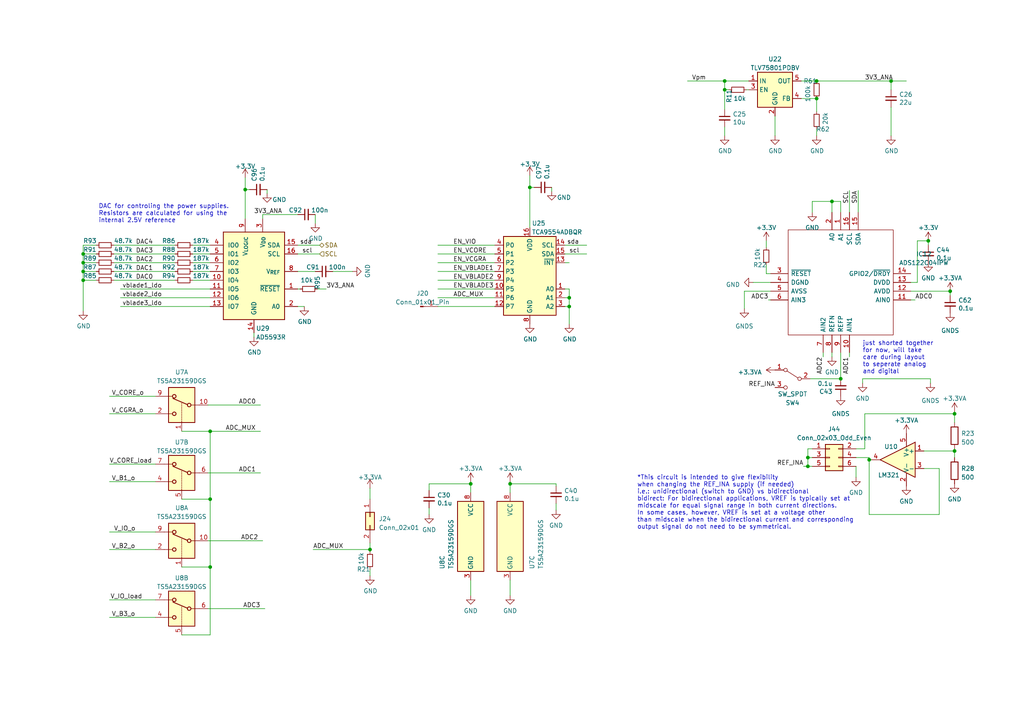
<source format=kicad_sch>
(kicad_sch (version 20231120) (generator "eeschema") (generator_version "8.0")
  (paper "A4")
  (lib_symbols
    (symbol "Amplifier_Operational:LM321" (pin_names (offset 0.127))
      (property "Reference" "U" (at 0 7.62 0))
      (property "Value" "LM321" (at 0 5.08 0))
      (symbol "LM321_0_1"
        (polyline (pts (xy -5.08 5.08) (xy 5.08 0) (xy -5.08 -5.08) (xy -5.08 5.08)) (stroke (width 0.254)) (fill (type background)))
      )
      (symbol "LM321_1_1"
        (pin input line (at -7.62 2.54 0) (length 2.54) (name "+") (number "1"))
        (pin power_in line (at -2.54 -7.62 90) (length 3.81) (name "V-") (number "2"))
        (pin input line (at -7.62 -2.54 0) (length 2.54) (name "-") (number "3"))
        (pin output line (at 7.62 0 180) (length 2.54) (name "~") (number "4"))
        (pin power_in line (at -2.54 7.62 270) (length 3.81) (name "V+") (number "5"))
      )
    )
    (symbol "Analog:AD5593R" (pin_names (offset 1.27))
      (property "Reference" "U" (at -8.89 15.24 0))
      (property "Value" "AD5593R" (at 3.81 15.24 0))
      (symbol "AD5593R_0_1"
        (rectangle (start -8.89 13.97) (end 8.89 -11.43) (stroke (width 0.254)) (fill (type background)))
      )
      (symbol "AD5593R_1_1"
        (pin input line (at -12.7 -2.54 0) (length 3.81) (name "~{RESET}") (number "1"))
        (pin bidirectional line (at 12.7 0 180) (length 3.81) (name "IO4") (number "10"))
        (pin bidirectional line (at 12.7 -2.54 180) (length 3.81) (name "IO5") (number "11"))
        (pin bidirectional line (at 12.7 -5.08 180) (length 3.81) (name "IO6") (number "12"))
        (pin bidirectional line (at 12.7 -7.62 180) (length 3.81) (name "IO7") (number "13"))
        (pin power_in line (at 0 -15.24 90) (length 3.81) (name "GND") (number "14"))
        (pin bidirectional line (at -12.7 10.16 0) (length 3.81) (name "SDA") (number "15"))
        (pin input line (at -12.7 7.62 0) (length 3.81) (name "SCL") (number "16"))
        (pin input line (at -12.7 -7.62 0) (length 3.81) (name "A0") (number "2"))
        (pin power_in line (at -2.54 17.78 270) (length 3.81) (name "V_{DD}") (number "3"))
        (pin bidirectional line (at 12.7 10.16 180) (length 3.81) (name "IO0") (number "4"))
        (pin bidirectional line (at 12.7 7.62 180) (length 3.81) (name "IO1") (number "5"))
        (pin bidirectional line (at 12.7 5.08 180) (length 3.81) (name "IO2") (number "6"))
        (pin bidirectional line (at 12.7 2.54 180) (length 3.81) (name "IO3") (number "7"))
        (pin passive line (at -12.7 2.54 0) (length 3.81) (name "V_{REF}") (number "8"))
        (pin power_in line (at 2.54 17.78 270) (length 3.81) (name "V_{LOGIC}") (number "9"))
      )
    )
    (symbol "Analog_Switch:TS5A23159DGS"
      (property "Reference" "U" (at -5.08 8.89 0))
      (property "Value" "TS5A23159DGS" (at -5.08 6.985 0))
      (symbol "TS5A23159DGS_1_1"
        (rectangle (start -3.81 5.08) (end 3.81 -5.08) (stroke (width 0.254)) (fill (type background)))
        (circle (center -2.159 0) (radius 0.508) (stroke (width 0.254)))
        (polyline (pts (xy -5.08 0) (xy -2.794 0)))
        (polyline (pts (xy -1.651 0.127) (xy 2.54 1.905)) (stroke (width 0.254)))
        (polyline (pts (xy 0 -5.08) (xy 0 -4.572)))
        (polyline (pts (xy 0 -4.318) (xy 0 -4.064)))
        (polyline (pts (xy 0 -3.81) (xy 0 -3.556)))
        (polyline (pts (xy 0 -3.302) (xy 0 -3.048)))
        (polyline (pts (xy 0 -2.794) (xy 0 -2.54)))
        (polyline (pts (xy 0 -2.286) (xy 0 -2.032)))
        (polyline (pts (xy 0 -1.778) (xy 0 -1.524)))
        (polyline (pts (xy 0 -1.27) (xy 0 -1.016)))
        (polyline (pts (xy 0 -0.762) (xy 0 -0.508)))
        (polyline (pts (xy 0 -0.254) (xy 0 0)))
        (polyline (pts (xy 0 0.254) (xy 0 0.508)))
        (polyline (pts (xy 5.08 -2.54) (xy 2.794 -2.54)))
        (polyline (pts (xy 5.08 2.54) (xy 2.794 2.54)))
        (circle (center 2.159 -2.54) (radius 0.508) (stroke (width 0.254)))
        (circle (center 2.159 2.54) (radius 0.508) (stroke (width 0.254)))
        (pin input line (at 0 -7.62 90) (length 2.54) (name "~") (number "1"))
        (pin passive line (at -7.62 0 0) (length 2.54) (name "~") (number "10"))
        (pin passive line (at 7.62 -2.54 180) (length 2.54) (name "~") (number "2"))
        (pin passive line (at 7.62 2.54 180) (length 2.54) (name "~") (number "9"))
      )
      (symbol "TS5A23159DGS_2_1"
        (rectangle (start -3.81 5.08) (end 3.81 -5.08) (stroke (width 0.254)) (fill (type background)))
        (circle (center -2.159 0) (radius 0.508) (stroke (width 0.254)))
        (polyline (pts (xy -5.08 0) (xy -2.794 0)))
        (polyline (pts (xy -1.651 0.127) (xy 2.54 1.905)) (stroke (width 0.254)))
        (polyline (pts (xy 0 -5.08) (xy 0 -4.572)))
        (polyline (pts (xy 0 -4.318) (xy 0 -4.064)))
        (polyline (pts (xy 0 -3.81) (xy 0 -3.556)))
        (polyline (pts (xy 0 -3.302) (xy 0 -3.048)))
        (polyline (pts (xy 0 -2.794) (xy 0 -2.54)))
        (polyline (pts (xy 0 -2.286) (xy 0 -2.032)))
        (polyline (pts (xy 0 -1.778) (xy 0 -1.524)))
        (polyline (pts (xy 0 -1.27) (xy 0 -1.016)))
        (polyline (pts (xy 0 -0.762) (xy 0 -0.508)))
        (polyline (pts (xy 0 -0.254) (xy 0 0)))
        (polyline (pts (xy 0 0.254) (xy 0 0.508)))
        (polyline (pts (xy 5.08 -2.54) (xy 2.794 -2.54)))
        (polyline (pts (xy 5.08 2.54) (xy 2.794 2.54)))
        (circle (center 2.159 -2.54) (radius 0.508) (stroke (width 0.254)))
        (circle (center 2.159 2.54) (radius 0.508) (stroke (width 0.254)))
        (pin passive line (at 7.62 -2.54 180) (length 2.54) (name "~") (number "4"))
        (pin input line (at 0 -7.62 90) (length 2.54) (name "~") (number "5"))
        (pin passive line (at -7.62 0 0) (length 2.54) (name "~") (number "6"))
        (pin passive line (at 7.62 2.54 180) (length 2.54) (name "~") (number "7"))
      )
      (symbol "TS5A23159DGS_3_1"
        (rectangle (start -3.81 10.16) (end 3.81 -10.16) (stroke (width 0.254)) (fill (type background)))
        (pin power_in line (at 0 -12.7 90) (length 2.54) (name "GND") (number "3"))
        (pin power_in line (at 0 12.7 270) (length 2.54) (name "VCC") (number "8"))
      )
    )
    (symbol "Connector:Conn_01x01_Pin" (pin_names (offset 1.016) hide)
      (property "Reference" "J" (at 0 2.54 0))
      (property "Value" "Conn_01x01_Pin" (at 0 -2.54 0))
      (symbol "Conn_01x01_Pin_1_1"
        (polyline (pts (xy 1.27 0) (xy 0.8636 0)) (stroke (width 0.1524)))
        (rectangle (start 0.8636 0.127) (end 0 -0.127) (stroke (width 0.1524)) (fill (type outline)))
        (pin passive line (at 5.08 0 180) (length 3.81) (name "Pin_1") (number "1"))
      )
    )
    (symbol "Connector_Generic:Conn_02x01" (pin_names (offset 1.016) hide)
      (property "Reference" "J" (at 1.27 2.54 0))
      (property "Value" "Conn_02x01" (at 1.27 -2.54 0))
      (symbol "Conn_02x01_1_1"
        (rectangle (start -1.27 0.127) (end 0 -0.127) (stroke (width 0.1524)))
        (rectangle (start -1.27 1.27) (end 3.81 -1.27) (stroke (width 0.254)) (fill (type background)))
        (rectangle (start 3.81 0.127) (end 2.54 -0.127) (stroke (width 0.1524)))
        (pin passive line (at -5.08 0 0) (length 3.81) (name "Pin_1") (number "1"))
        (pin passive line (at 7.62 0 180) (length 3.81) (name "Pin_2") (number "2"))
      )
    )
    (symbol "Connector_Generic:Conn_02x03_Odd_Even" (pin_names (offset 1.016) hide)
      (property "Reference" "J" (at 1.27 5.08 0))
      (property "Value" "Conn_02x03_Odd_Even" (at 1.27 -5.08 0))
      (symbol "Conn_02x03_Odd_Even_1_1"
        (rectangle (start -1.27 -2.413) (end 0 -2.667) (stroke (width 0.1524)))
        (rectangle (start -1.27 0.127) (end 0 -0.127) (stroke (width 0.1524)))
        (rectangle (start -1.27 2.667) (end 0 2.413) (stroke (width 0.1524)))
        (rectangle (start -1.27 3.81) (end 3.81 -3.81) (stroke (width 0.254)) (fill (type background)))
        (rectangle (start 3.81 -2.413) (end 2.54 -2.667) (stroke (width 0.1524)))
        (rectangle (start 3.81 0.127) (end 2.54 -0.127) (stroke (width 0.1524)))
        (rectangle (start 3.81 2.667) (end 2.54 2.413) (stroke (width 0.1524)))
        (pin passive line (at -5.08 2.54 0) (length 3.81) (name "Pin_1") (number "1"))
        (pin passive line (at 7.62 2.54 180) (length 3.81) (name "Pin_2") (number "2"))
        (pin passive line (at -5.08 0 0) (length 3.81) (name "Pin_3") (number "3"))
        (pin passive line (at 7.62 0 180) (length 3.81) (name "Pin_4") (number "4"))
        (pin passive line (at -5.08 -2.54 0) (length 3.81) (name "Pin_5") (number "5"))
        (pin passive line (at 7.62 -2.54 180) (length 3.81) (name "Pin_6") (number "6"))
      )
    )
    (symbol "Device:C_Small" (pin_numbers hide) (pin_names (offset 0.254) hide)
      (property "Reference" "C" (at 0.254 1.778 0))
      (property "Value" "C_Small" (at 0.254 -2.032 0))
      (symbol "C_Small_0_1"
        (polyline (pts (xy -1.524 -0.508) (xy 1.524 -0.508)) (stroke (width 0.3302)))
        (polyline (pts (xy -1.524 0.508) (xy 1.524 0.508)) (stroke (width 0.3048)))
      )
      (symbol "C_Small_1_1"
        (pin passive line (at 0 2.54 270) (length 2.032) (name "~") (number "1"))
        (pin passive line (at 0 -2.54 90) (length 2.032) (name "~") (number "2"))
      )
    )
    (symbol "Device:R" (pin_numbers hide) (pin_names (offset 0))
      (property "Reference" "R" (at 2.032 0 90))
      (property "Value" "R" (at 0 0 90))
      (symbol "R_0_1"
        (rectangle (start -1.016 -2.54) (end 1.016 2.54) (stroke (width 0.254)))
      )
      (symbol "R_1_1"
        (pin passive line (at 0 3.81 270) (length 1.27) (name "~") (number "1"))
        (pin passive line (at 0 -3.81 90) (length 1.27) (name "~") (number "2"))
      )
    )
    (symbol "Device:R_Small" (pin_numbers hide) (pin_names (offset 0.254) hide)
      (property "Reference" "R" (at 0.762 0.508 0))
      (property "Value" "R_Small" (at 0.762 -1.016 0))
      (symbol "R_Small_0_1"
        (rectangle (start -0.762 1.778) (end 0.762 -1.778) (stroke (width 0.2032)))
      )
      (symbol "R_Small_1_1"
        (pin passive line (at 0 2.54 270) (length 0.762) (name "~") (number "1"))
        (pin passive line (at 0 -2.54 90) (length 0.762) (name "~") (number "2"))
      )
    )
    (symbol "External-lib:ADS122C04IPW" (pin_names (offset 0.762))
      (property "Reference" "IC" (at 36.83 17.78 0))
      (property "Value" "ADS122C04IPW" (at 36.83 15.24 0))
      (symbol "ADS122C04IPW_0_0"
        (pin passive line (at 22.86 -22.86 90) (length 5.08) (name "AIN1") (number "10"))
        (pin passive line (at 40.64 -7.62 180) (length 5.08) (name "AIN0") (number "11"))
        (pin passive line (at 40.64 -5.08 180) (length 5.08) (name "AVDD") (number "12"))
        (pin passive line (at 40.64 -2.54 180) (length 5.08) (name "DVDD") (number "13"))
        (pin passive line (at 40.64 0 180) (length 5.08) (name "GPIO2/~{DRDY}") (number "14"))
        (pin passive line (at 0 0 0) (length 5.08) (name "~{RESET}") (number "3"))
        (pin passive line (at 0 -2.54 0) (length 5.08) (name "DGND") (number "4"))
        (pin passive line (at 0 -5.08 0) (length 5.08) (name "AVSS") (number "5"))
        (pin passive line (at 0 -7.62 0) (length 5.08) (name "AIN3") (number "6"))
        (pin passive line (at 15.24 -22.86 90) (length 5.08) (name "AIN2") (number "7"))
        (pin passive line (at 17.78 -22.86 90) (length 5.08) (name "REFN") (number "8"))
        (pin passive line (at 20.32 -22.86 90) (length 5.08) (name "REFP") (number "9"))
      )
      (symbol "ADS122C04IPW_0_1"
        (polyline (pts (xy 5.08 12.7) (xy 35.56 12.7) (xy 35.56 -17.78) (xy 5.08 -17.78) (xy 5.08 12.7)) (stroke (width 0.1524)))
      )
      (symbol "ADS122C04IPW_1_0"
        (pin passive line (at 20.32 17.78 270) (length 5.08) (name "A1") (number "1"))
        (pin passive line (at 25.4 17.78 270) (length 5.08) (name "SDA") (number "15"))
        (pin passive line (at 22.86 17.78 270) (length 5.08) (name "SCL") (number "16"))
        (pin passive line (at 17.78 17.78 270) (length 5.08) (name "A0") (number "2"))
      )
    )
    (symbol "Interface_Expansion:TCA9554DBQ"
      (property "Reference" "U" (at -7.62 11.43 0))
      (property "Value" "TCA9554DBQ" (at 2.54 11.43 0))
      (symbol "TCA9554DBQ_0_1"
        (rectangle (start -7.62 -12.7) (end 7.62 10.16) (stroke (width 0.254)) (fill (type background)))
      )
      (symbol "TCA9554DBQ_1_1"
        (pin input line (at -10.16 -5.08 0) (length 2.54) (name "A0") (number "1"))
        (pin bidirectional line (at 10.16 -5.08 180) (length 2.54) (name "P5") (number "10"))
        (pin bidirectional line (at 10.16 -7.62 180) (length 2.54) (name "P6") (number "11"))
        (pin bidirectional line (at 10.16 -10.16 180) (length 2.54) (name "P7") (number "12"))
        (pin open_collector line (at -10.16 2.54 0) (length 2.54) (name "~{INT}") (number "13"))
        (pin input line (at -10.16 7.62 0) (length 2.54) (name "SCL") (number "14"))
        (pin bidirectional line (at -10.16 5.08 0) (length 2.54) (name "SDA") (number "15"))
        (pin power_in line (at 0 12.7 270) (length 2.54) (name "VDD") (number "16"))
        (pin input line (at -10.16 -7.62 0) (length 2.54) (name "A1") (number "2"))
        (pin input line (at -10.16 -10.16 0) (length 2.54) (name "A2") (number "3"))
        (pin bidirectional line (at 10.16 7.62 180) (length 2.54) (name "P0") (number "4"))
        (pin bidirectional line (at 10.16 5.08 180) (length 2.54) (name "P1") (number "5"))
        (pin bidirectional line (at 10.16 2.54 180) (length 2.54) (name "P2") (number "6"))
        (pin bidirectional line (at 10.16 0 180) (length 2.54) (name "P3") (number "7"))
        (pin power_in line (at 0 -15.24 90) (length 2.54) (name "GND") (number "8"))
        (pin bidirectional line (at 10.16 -2.54 180) (length 2.54) (name "P4") (number "9"))
      )
    )
    (symbol "Regulator_Linear:TLV75801PDBV"
      (property "Reference" "U" (at -3.81 6.35 0))
      (property "Value" "TLV75801PDBV" (at 0 6.35 0))
      (symbol "TLV75801PDBV_0_1"
        (rectangle (start 5.08 -5.08) (end -5.08 5.08) (stroke (width 0.254)) (fill (type background)))
      )
      (symbol "TLV75801PDBV_1_1"
        (pin power_in line (at -7.62 2.54 0) (length 2.54) (name "IN") (number "1"))
        (pin power_in line (at 0 -7.62 90) (length 2.54) (name "GND") (number "2"))
        (pin input line (at -7.62 0 0) (length 2.54) (name "EN") (number "3"))
        (pin input line (at 7.62 -2.54 180) (length 2.54) (name "FB") (number "4"))
        (pin power_out line (at 7.62 2.54 180) (length 2.54) (name "OUT") (number "5"))
      )
    )
    (symbol "Switch:SW_SPDT" (pin_names (offset 0) hide)
      (property "Reference" "SW" (at 0 4.318 0))
      (property "Value" "SW_SPDT" (at 0 -5.08 0))
      (symbol "SW_SPDT_0_0"
        (circle (center -2.032 0) (radius 0.508))
        (circle (center 2.032 -2.54) (radius 0.508))
      )
      (symbol "SW_SPDT_0_1"
        (polyline (pts (xy -1.524 0.254) (xy 1.651 2.286)))
        (circle (center 2.032 2.54) (radius 0.508))
      )
      (symbol "SW_SPDT_1_1"
        (pin passive line (at 5.08 2.54 180) (length 2.54) (name "A") (number "1"))
        (pin passive line (at -5.08 0 0) (length 2.54) (name "B") (number "2"))
        (pin passive line (at 5.08 -2.54 180) (length 2.54) (name "C") (number "3"))
      )
    )
    (symbol "power:+3.3V" (power) (pin_names (offset 0))
      (property "Value" "+3.3V" (at 0 3.556 0))
      (symbol "+3.3V_0_1"
        (polyline (pts (xy -0.762 1.27) (xy 0 2.54)))
        (polyline (pts (xy 0 0) (xy 0 2.54)))
        (polyline (pts (xy 0 2.54) (xy 0.762 1.27)))
      )
      (symbol "+3.3V_1_1"
        (pin power_in line (at 0 0 90) (length 0) hide (name "+3.3V") (number "1"))
      )
    )
    (symbol "power:+3.3VA" (power) (pin_names (offset 0))
      (property "Value" "+3.3VA" (at 0 3.556 0))
      (symbol "+3.3VA_0_1"
        (polyline (pts (xy -0.762 1.27) (xy 0 2.54)))
        (polyline (pts (xy 0 0) (xy 0 2.54)))
        (polyline (pts (xy 0 2.54) (xy 0.762 1.27)))
      )
      (symbol "+3.3VA_1_1"
        (pin power_in line (at 0 0 90) (length 0) hide (name "+3.3VA") (number "1"))
      )
    )
    (symbol "power:GND" (power) (pin_names (offset 0))
      (property "Value" "GND" (at 0 -3.81 0))
      (symbol "GND_0_1"
        (polyline (pts (xy 0 0) (xy 0 -1.27) (xy 1.27 -1.27) (xy 0 -2.54) (xy -1.27 -1.27) (xy 0 -1.27)))
      )
      (symbol "GND_1_1"
        (pin power_in line (at 0 0 270) (length 0) hide (name "GND") (number "1"))
      )
    )
    (symbol "power:GNDS" (power) (pin_names (offset 0))
      (property "Value" "GNDS" (at 0 -3.81 0))
      (symbol "GNDS_0_1"
        (polyline (pts (xy 0 0) (xy 0 -1.27) (xy 1.27 -1.27) (xy 0 -2.54) (xy -1.27 -1.27) (xy 0 -1.27)))
      )
      (symbol "GNDS_1_1"
        (pin power_in line (at 0 0 270) (length 0) hide (name "GNDS") (number "1"))
      )
    )
  )
  (junction (at 210.185 23.495))
  (junction (at 60.96 164.465))
  (junction (at 107.315 159.385))
  (junction (at 165.1 88.9))
  (junction (at 147.955 140.335))
  (junction (at 236.855 28.575))
  (junction (at 252.095 133.35))
  (junction (at 24.13 78.74))
  (junction (at 210.185 26.035))
  (junction (at 153.67 54.356))
  (junction (at 275.59 84.455))
  (junction (at 60.96 125.095))
  (junction (at 269.24 69.85))
  (junction (at 276.86 120.015))
  (junction (at 234.315 135.255))
  (junction (at 258.445 23.495))
  (junction (at 165.1 86.36))
  (junction (at 24.13 73.66))
  (junction (at 276.86 130.81))
  (junction (at 243.84 109.855))
  (junction (at 24.13 76.2))
  (junction (at 236.855 23.495))
  (junction (at 241.3 58.42))
  (junction (at 71.12 54.991))
  (junction (at 60.96 144.78))
  (junction (at 24.13 81.28))
  (junction (at 136.525 140.335))
  (junction (at 234.315 132.715))
  (wire (pts (xy 252.095 133.35) (xy 252.095 149.225)))
  (wire (pts (xy 153.67 54.356) (xy 153.67 66.04)))
  (wire (pts (xy 241.3 58.42) (xy 241.3 61.595)))
  (wire (pts (xy 31.75 139.7) (xy 45.085 139.7)))
  (wire (pts (xy 107.315 141.605) (xy 107.315 144.78)))
  (wire (pts (xy 124.46 140.335) (xy 136.525 140.335)))
  (wire (pts (xy 234.315 130.175) (xy 234.315 132.715)))
  (wire (pts (xy 222.885 86.995) (xy 223.52 86.995)))
  (wire (pts (xy 136.525 140.335) (xy 136.525 142.875)))
  (wire (pts (xy 246.38 103.505) (xy 246.38 102.235)))
  (wire (pts (xy 215.9 89.535) (xy 215.9 84.455)))
  (wire (pts (xy 170.18 73.66) (xy 163.83 73.66)))
  (wire (pts (xy 127 86.36) (xy 143.51 86.36)))
  (wire (pts (xy 24.13 73.66) (xy 27.94 73.66)))
  (wire (pts (xy 235.585 58.42) (xy 241.3 58.42)))
  (wire (pts (xy 34.925 86.36) (xy 60.96 86.36)))
  (wire (pts (xy 276.86 119.38) (xy 276.86 120.015)))
  (wire (pts (xy 224.79 39.37) (xy 224.79 33.655)))
  (wire (pts (xy 234.95 109.855) (xy 243.84 109.855)))
  (wire (pts (xy 248.92 55.245) (xy 248.92 61.595)))
  (wire (pts (xy 161.29 146.05) (xy 161.29 147.955)))
  (wire (pts (xy 258.445 23.495) (xy 262.89 23.495)))
  (wire (pts (xy 127 88.9) (xy 143.51 88.9)))
  (wire (pts (xy 210.185 23.495) (xy 210.185 26.035)))
  (wire (pts (xy 24.13 81.28) (xy 24.13 90.17)))
  (wire (pts (xy 24.13 71.12) (xy 27.94 71.12)))
  (wire (pts (xy 31.75 179.07) (xy 45.085 179.07)))
  (wire (pts (xy 160.02 55.499) (xy 160.02 54.356)))
  (wire (pts (xy 76.2 62.23) (xy 86.36 62.23)))
  (wire (pts (xy 238.76 103.505) (xy 238.76 102.235)))
  (wire (pts (xy 222.25 79.375) (xy 223.52 79.375)))
  (wire (pts (xy 241.3 58.42) (xy 243.84 58.42)))
  (wire (pts (xy 218.44 81.915) (xy 223.52 81.915)))
  (wire (pts (xy 165.1 76.2) (xy 163.83 76.2)))
  (wire (pts (xy 163.83 88.9) (xy 165.1 88.9)))
  (wire (pts (xy 236.855 37.465) (xy 236.855 39.37)))
  (wire (pts (xy 165.1 88.9) (xy 165.1 93.98)))
  (wire (pts (xy 55.88 76.2) (xy 60.96 76.2)))
  (wire (pts (xy 233.045 135.255) (xy 234.315 135.255)))
  (wire (pts (xy 236.855 23.495) (xy 258.445 23.495)))
  (wire (pts (xy 127 81.28) (xy 143.51 81.28)))
  (wire (pts (xy 267.97 135.89) (xy 272.415 135.89)))
  (wire (pts (xy 52.705 144.78) (xy 60.96 144.78)))
  (wire (pts (xy 258.445 23.495) (xy 258.445 26.035)))
  (wire (pts (xy 232.41 23.495) (xy 236.855 23.495)))
  (wire (pts (xy 276.86 130.81) (xy 276.86 132.715)))
  (wire (pts (xy 24.13 76.2) (xy 27.94 76.2)))
  (wire (pts (xy 266.065 69.85) (xy 266.065 81.915)))
  (wire (pts (xy 269.875 109.855) (xy 269.875 111.125)))
  (wire (pts (xy 235.585 61.595) (xy 235.585 58.42)))
  (wire (pts (xy 246.38 61.595) (xy 246.38 55.245)))
  (wire (pts (xy 272.415 135.89) (xy 272.415 149.225)))
  (wire (pts (xy 33.02 73.66) (xy 50.8 73.66)))
  (wire (pts (xy 216.535 26.035) (xy 217.17 26.035)))
  (wire (pts (xy 163.83 71.12) (xy 170.18 71.12)))
  (wire (pts (xy 215.9 84.455) (xy 223.52 84.455)))
  (wire (pts (xy 222.25 76.835) (xy 222.25 79.375)))
  (wire (pts (xy 24.13 78.74) (xy 24.13 81.28)))
  (wire (pts (xy 55.88 73.66) (xy 60.96 73.66)))
  (wire (pts (xy 33.02 78.74) (xy 50.8 78.74)))
  (wire (pts (xy 161.29 140.97) (xy 161.29 140.335)))
  (wire (pts (xy 52.705 164.465) (xy 60.96 164.465)))
  (wire (pts (xy 153.67 54.356) (xy 154.94 54.356)))
  (wire (pts (xy 222.25 69.85) (xy 222.25 71.755)))
  (wire (pts (xy 248.285 130.175) (xy 250.825 130.175)))
  (wire (pts (xy 96.52 78.74) (xy 102.235 78.74)))
  (wire (pts (xy 210.185 26.035) (xy 211.455 26.035)))
  (wire (pts (xy 86.36 88.9) (xy 88.265 88.9)))
  (wire (pts (xy 210.185 26.035) (xy 210.185 31.75)))
  (wire (pts (xy 91.44 62.23) (xy 91.44 64.77)))
  (wire (pts (xy 31.75 134.62) (xy 45.085 134.62)))
  (wire (pts (xy 258.445 31.115) (xy 258.445 39.37)))
  (wire (pts (xy 235.585 130.175) (xy 234.315 130.175)))
  (wire (pts (xy 136.525 139.7) (xy 136.525 140.335)))
  (wire (pts (xy 199.39 23.495) (xy 210.185 23.495)))
  (wire (pts (xy 24.13 76.2) (xy 24.13 78.74)))
  (wire (pts (xy 60.96 144.78) (xy 60.96 125.095)))
  (wire (pts (xy 147.955 168.275) (xy 147.955 172.72)))
  (wire (pts (xy 243.84 58.42) (xy 243.84 61.595)))
  (wire (pts (xy 243.84 109.855) (xy 243.84 102.235)))
  (wire (pts (xy 234.315 135.255) (xy 235.585 135.255)))
  (wire (pts (xy 275.59 84.455) (xy 275.59 85.725)))
  (wire (pts (xy 60.325 117.475) (xy 75.565 117.475)))
  (wire (pts (xy 264.16 84.455) (xy 275.59 84.455)))
  (wire (pts (xy 34.925 83.82) (xy 60.96 83.82)))
  (wire (pts (xy 31.75 159.385) (xy 45.085 159.385)))
  (wire (pts (xy 60.325 156.845) (xy 76.2 156.845)))
  (wire (pts (xy 136.525 168.275) (xy 136.525 172.72)))
  (wire (pts (xy 107.315 157.48) (xy 107.315 159.385)))
  (wire (pts (xy 165.1 83.82) (xy 165.1 86.36)))
  (wire (pts (xy 52.705 125.095) (xy 60.96 125.095)))
  (wire (pts (xy 71.12 51.562) (xy 71.12 54.991)))
  (wire (pts (xy 264.16 81.915) (xy 266.065 81.915)))
  (wire (pts (xy 127 71.12) (xy 143.51 71.12)))
  (wire (pts (xy 92.71 73.66) (xy 86.36 73.66)))
  (wire (pts (xy 248.285 138.43) (xy 248.285 135.255)))
  (wire (pts (xy 127 78.74) (xy 143.51 78.74)))
  (wire (pts (xy 124.46 142.24) (xy 124.46 140.335)))
  (wire (pts (xy 71.12 54.991) (xy 72.39 54.991)))
  (wire (pts (xy 250.19 111.125) (xy 250.19 109.855)))
  (wire (pts (xy 269.24 69.85) (xy 269.24 71.12)))
  (wire (pts (xy 92.075 83.82) (xy 94.615 83.82)))
  (wire (pts (xy 153.67 50.927) (xy 153.67 54.356)))
  (wire (pts (xy 31.75 114.935) (xy 45.085 114.935)))
  (wire (pts (xy 161.29 140.335) (xy 147.955 140.335)))
  (wire (pts (xy 60.96 164.465) (xy 60.96 144.78)))
  (wire (pts (xy 210.185 23.495) (xy 217.17 23.495)))
  (wire (pts (xy 127 76.2) (xy 143.51 76.2)))
  (wire (pts (xy 77.47 56.134) (xy 77.47 54.991)))
  (wire (pts (xy 76.2 62.23) (xy 76.2 63.5)))
  (wire (pts (xy 31.75 173.99) (xy 45.085 173.99)))
  (wire (pts (xy 33.02 71.12) (xy 50.8 71.12)))
  (wire (pts (xy 165.1 86.36) (xy 165.1 88.9)))
  (wire (pts (xy 252.095 132.715) (xy 252.095 133.35)))
  (wire (pts (xy 60.325 137.16) (xy 75.565 137.16)))
  (wire (pts (xy 107.315 165.1) (xy 107.315 167.005)))
  (wire (pts (xy 86.36 71.12) (xy 92.71 71.12)))
  (wire (pts (xy 55.88 81.28) (xy 60.96 81.28)))
  (wire (pts (xy 34.925 88.9) (xy 60.96 88.9)))
  (wire (pts (xy 248.285 132.715) (xy 252.095 132.715)))
  (wire (pts (xy 236.855 28.575) (xy 236.855 32.385)))
  (wire (pts (xy 265.43 86.995) (xy 264.16 86.995)))
  (wire (pts (xy 24.13 78.74) (xy 27.94 78.74)))
  (wire (pts (xy 250.19 109.855) (xy 269.875 109.855)))
  (wire (pts (xy 266.065 69.85) (xy 269.24 69.85)))
  (wire (pts (xy 276.86 120.015) (xy 250.825 120.015)))
  (wire (pts (xy 210.185 36.83) (xy 210.185 39.37)))
  (wire (pts (xy 31.75 154.305) (xy 45.085 154.305)))
  (wire (pts (xy 241.3 103.505) (xy 241.3 102.235)))
  (wire (pts (xy 276.86 120.015) (xy 276.86 122.555)))
  (wire (pts (xy 73.66 97.79) (xy 73.66 96.52)))
  (wire (pts (xy 234.315 132.715) (xy 234.315 135.255)))
  (wire (pts (xy 55.88 78.74) (xy 60.96 78.74)))
  (wire (pts (xy 267.97 130.81) (xy 276.86 130.81)))
  (wire (pts (xy 90.805 159.385) (xy 107.315 159.385)))
  (wire (pts (xy 24.13 73.66) (xy 24.13 76.2)))
  (wire (pts (xy 147.955 140.335) (xy 147.955 142.875)))
  (wire (pts (xy 250.825 120.015) (xy 250.825 130.175)))
  (wire (pts (xy 276.86 130.175) (xy 276.86 130.81)))
  (wire (pts (xy 31.75 120.015) (xy 45.085 120.015)))
  (wire (pts (xy 124.46 147.32) (xy 124.46 149.225)))
  (wire (pts (xy 86.36 78.74) (xy 91.44 78.74)))
  (wire (pts (xy 55.88 71.12) (xy 60.96 71.12)))
  (wire (pts (xy 252.095 133.35) (xy 252.73 133.35)))
  (wire (pts (xy 33.02 76.2) (xy 50.8 76.2)))
  (wire (pts (xy 234.315 132.715) (xy 235.585 132.715)))
  (wire (pts (xy 107.315 159.385) (xy 107.315 160.02)))
  (wire (pts (xy 272.415 149.225) (xy 252.095 149.225)))
  (wire (pts (xy 232.41 28.575) (xy 236.855 28.575)))
  (wire (pts (xy 163.83 86.36) (xy 165.1 86.36)))
  (wire (pts (xy 127 83.82) (xy 143.51 83.82)))
  (wire (pts (xy 60.325 176.53) (xy 76.835 176.53)))
  (wire (pts (xy 60.96 125.095) (xy 75.565 125.095)))
  (wire (pts (xy 24.13 71.12) (xy 24.13 73.66)))
  (wire (pts (xy 24.13 81.28) (xy 27.94 81.28)))
  (wire (pts (xy 60.96 184.15) (xy 60.96 164.465)))
  (wire (pts (xy 163.83 83.82) (xy 165.1 83.82)))
  (wire (pts (xy 147.955 139.7) (xy 147.955 140.335)))
  (wire (pts (xy 71.12 54.991) (xy 71.12 63.5)))
  (wire (pts (xy 33.02 81.28) (xy 50.8 81.28)))
  (wire (pts (xy 86.995 83.82) (xy 86.36 83.82)))
  (wire (pts (xy 127 73.66) (xy 143.51 73.66)))
  (wire (pts (xy 52.705 184.15) (xy 60.96 184.15)))
  (text "*This circuit is intended to give flexibility \nwhen changing the REF_INA supply (if needed)\ni.e.: unidirectional (switch to GND) vs bidirectional\nbidirect: For bidirectional applications, VREF is typically set at\nmidscale for equal signal range in both current directions. \nIn some cases, however, VREF is set at a voltage other\nthan midscale when the bidirectional current and corresponding \noutput signal do not need to be symmetrical." (at 184.785 153.67 0) (effects (font (size 1.27 1.27)) (justify left bottom)))
  (text "DAC for controling the power supplies.\nResistors are calculated for using the \ninternal 2.5V reference " (at 28.575 64.77 0) (effects (font (size 1.27 1.27)) (justify left bottom)))
  (text "just shorted together \nfor now, will take \ncare during layout \nto seperate analog \nand digital" (at 250.19 108.585 0) (effects (font (size 1.27 1.27)) (justify left bottom)))
  (label "vblade1_ldo" (at 46.99 83.82 180))
  (label "sda" (at 86.995 71.12 0))
  (label "EN_VBLADE2" (at 131.445 81.28 0))
  (label "ADC_MUX" (at 90.805 159.385 0))
  (label "ADC1" (at 69.215 137.16 0))
  (label "V_CGRA_o" (at 32.385 120.015 0))
  (label "EN_VBLADE3" (at 131.445 83.82 0))
  (label "3V3_ANA" (at 250.825 23.495 0))
  (label "SCL" (at 246.38 59.055 90))
  (label "V_B2_o" (at 32.385 159.385 0))
  (label "scl" (at 87.63 73.66 0))
  (label "V_B3_o" (at 32.385 179.07 0))
  (label "sda" (at 164.465 71.12 0))
  (label "V_CORE_load" (at 31.75 134.62 0))
  (label "ADC3" (at 222.885 86.995 180))
  (label "DAC2" (at 39.37 76.2 0))
  (label "V_CORE_o" (at 32.385 114.935 0))
  (label "ADC0" (at 69.215 117.475 0))
  (label "ADC3" (at 70.485 176.53 0))
  (label "V_IO_load" (at 41.275 173.99 180))
  (label "scl" (at 165.1 73.66 0))
  (label "vblade2_ldo" (at 46.99 86.36 180))
  (label "ADC_MUX" (at 131.445 86.36 0))
  (label "vblade3_ldo" (at 46.99 88.9 180))
  (label "ADC2" (at 238.76 103.505 270))
  (label "ADC_MUX" (at 65.405 125.095 0))
  (label "3V3_ANA" (at 94.615 83.82 0))
  (label "EN_VCORE" (at 131.445 73.66 0))
  (label "DAC4" (at 39.37 71.12 0))
  (label "ADC0" (at 265.43 86.995 0))
  (label "DAC1" (at 39.37 78.74 0))
  (label "ADC1" (at 246.38 103.505 270))
  (label "ADC2" (at 69.85 156.845 0))
  (label "V_B1_o" (at 32.385 139.7 0))
  (label "EN_VCGRA" (at 131.445 76.2 0))
  (label "EN_VIO" (at 131.445 71.12 0))
  (label "Vpm" (at 200.66 23.495 0))
  (label "EN_VBLADE1" (at 131.445 78.74 0))
  (label "SDA" (at 248.92 59.055 90))
  (label "REF_INA" (at 233.045 135.255 180))
  (label "DAC0" (at 39.37 81.28 0))
  (label "V_IO_o" (at 33.02 154.305 0))
  (label "3V3_ANA" (at 73.66 62.23 0))
  (label "DAC3" (at 39.37 73.66 0))
  (label "REF_INA" (at 224.79 112.395 180))
  (hierarchical_label "SCL" (shape input) (at 92.71 73.66 0))
  (hierarchical_label "SDA" (shape bidirectional) (at 92.71 71.12 0))
  (symbol (lib_id "power:GND") (at 224.79 39.37 0) (unit 1)
    (property "Reference" "#PWR26" (effects (hide yes)))
    (property "Value" "GND" (at 224.917 43.7642 0))
  )
  (symbol (lib_id "power:+3.3VA") (at 224.79 107.315 90) (unit 1)
    (property "Reference" "#PWR23" (effects (hide yes)))
    (property "Value" "+3.3VA" (at 220.98 107.95 90) (effects (justify left)))
  )
  (symbol (lib_id "Analog_Switch:TS5A23159DGS") (at 52.705 176.53 0) (mirror y) (unit 2)
    (property "Reference" "U8" (at 52.705 167.64 0))
    (property "Value" "TS5A23159DGS" (at 52.705 170.18 0))
    (property "Footprint" "Package_SO:VSSOP-10_3x3mm_P0.5mm" (effects (hide yes)))
    (property "Datasheet" "http://www.ti.com/lit/ds/symlink/ts5a23159.pdf" (effects (hide yes)))
    (property "LCSC" "C42751" (effects (hide yes)))
  )
  (symbol (lib_id "Device:C_Small") (at 157.48 54.356 90) (unit 1)
    (property "Reference" "C97" (at 156.3116 52.0192 0) (effects (justify left)))
    (property "Value" "0.1u" (at 158.623 52.0192 0) (effects (justify left)))
    (property "Footprint" "Capacitor_SMD:C_0603_1608Metric" (effects (hide yes)))
    (property "Digikey Part Number" "399-9158-1-ND" (effects (hide yes)))
    (property "Mouser Part Number" "80-C0805C104Z3V" (effects (hide yes)))
    (property "LCSC" "C19702" (effects (hide yes)))
  )
  (symbol (lib_id "power:GND") (at 73.66 97.79 0) (unit 1)
    (property "Reference" "#PWR3" (effects (hide yes)))
    (property "Value" "GND" (at 73.787 102.1842 0))
  )
  (symbol (lib_id "Connector_Generic:Conn_02x03_Odd_Even") (at 240.665 132.715 0) (unit 1)
    (property "Reference" "J44" (at 241.935 124.46 0))
    (property "Value" "Conn_02x03_Odd_Even" (at 241.935 127 0))
    (property "Footprint" "Connector_PinSocket_2.54mm:PinSocket_2x03_P2.54mm_Vertical" (effects (hide yes)))
  )
  (symbol (lib_id "power:+3.3V") (at 222.25 69.85 0) (unit 1)
    (property "Reference" "#PWR22" (effects (hide yes)))
    (property "Value" "+3.3V" (at 222.25 66.04 0))
  )
  (symbol (lib_id "power:GND") (at 124.46 149.225 0) (unit 1)
    (property "Reference" "#PWR10" (effects (hide yes)))
    (property "Value" "GND" (at 124.46 153.67 0))
  )
  (symbol (lib_id "Device:R_Small") (at 53.34 76.2 270) (mirror x) (unit 1)
    (property "Reference" "R90" (at 46.99 74.93 90) (effects (justify left)))
    (property "Value" "187k" (at 55.88 74.93 90) (effects (justify left)))
    (property "Footprint" "Resistor_SMD:R_0603_1608Metric" (effects (hide yes)))
    (property "Digikey Part Number" "P10KGCT-ND" (effects (hide yes)))
    (property "Mouser Part Number" "667-ERJ-3GEYJ103V" (effects (hide yes)))
  )
  (symbol (lib_id "power:GNDS") (at 243.84 114.935 0) (unit 1)
    (property "Reference" "#PWR28" (effects (hide yes)))
    (property "Value" "GNDS" (at 243.84 120.015 0))
  )
  (symbol (lib_id "Device:R_Small") (at 236.855 26.035 0) (mirror x) (unit 1)
    (property "Reference" "R61" (at 233.045 23.495 0) (effects (justify left)))
    (property "Value" "100k" (at 234.315 24.765 90) (effects (justify left)))
    (property "Footprint" "Resistor_SMD:R_0603_1608Metric" (effects (hide yes)))
    (property "Digikey Part Number" "P10KGCT-ND" (effects (hide yes)))
    (property "Mouser Part Number" "667-ERJ-3GEYJ103V" (effects (hide yes)))
  )
  (symbol (lib_id "power:GND") (at 248.285 138.43 0) (unit 1)
    (property "Reference" "#PWR29" (effects (hide yes)))
    (property "Value" "GND" (at 248.285 142.875 0))
  )
  (symbol (lib_id "power:GND") (at 88.265 88.9 0) (unit 1)
    (property "Reference" "#PWR5" (effects (hide yes)))
    (property "Value" "GND" (at 88.392 93.2942 0))
  )
  (symbol (lib_id "Device:R_Small") (at 30.48 73.66 270) (mirror x) (unit 1)
    (property "Reference" "R91" (at 24.13 72.39 90) (effects (justify left)))
    (property "Value" "48.7k" (at 33.02 72.39 90) (effects (justify left)))
    (property "Footprint" "Resistor_SMD:R_0603_1608Metric" (effects (hide yes)))
    (property "Digikey Part Number" "P10KGCT-ND" (effects (hide yes)))
    (property "Mouser Part Number" "667-ERJ-3GEYJ103V" (effects (hide yes)))
  )
  (symbol (lib_id "Device:C_Small") (at 124.46 144.78 0) (unit 1)
    (property "Reference" "C30" (at 126.7968 143.6116 0) (effects (justify left)))
    (property "Value" "0.1u" (at 126.7968 145.923 0) (effects (justify left)))
    (property "Footprint" "Capacitor_SMD:C_0603_1608Metric" (effects (hide yes)))
    (property "Digikey Part Number" "399-9158-1-ND" (effects (hide yes)))
    (property "Mouser Part Number" "80-C0805C104Z3V" (effects (hide yes)))
    (property "LCSC" "C19702" (effects (hide yes)))
  )
  (symbol (lib_id "Device:R_Small") (at 213.995 26.035 270) (mirror x) (unit 1)
    (property "Reference" "R11" (at 211.455 29.845 0) (effects (justify left)))
    (property "Value" "10k" (at 212.725 28.575 90) (effects (justify left)))
    (property "Footprint" "Resistor_SMD:R_0603_1608Metric" (effects (hide yes)))
    (property "Digikey Part Number" "P10KGCT-ND" (effects (hide yes)))
    (property "Mouser Part Number" "667-ERJ-3GEYJ103V" (effects (hide yes)))
    (property "LCSC" "C98220" (effects (hide yes)))
  )
  (symbol (lib_id "Regulator_Linear:TLV75801PDBV") (at 224.79 26.035 0) (unit 1)
    (property "Reference" "U22" (at 224.79 17.145 0))
    (property "Value" "TLV75801PDBV" (at 224.79 19.685 0))
    (property "Footprint" "Package_TO_SOT_SMD:SOT-23-5" (effects (hide yes)))
    (property "Datasheet" "https://www.ti.com/lit/ds/symlink/tlv758p.pdf" (effects (hide yes)))
    (property "LCSC" "C2877852" (effects (hide yes)))
  )
  (symbol (lib_id "Switch:SW_SPDT") (at 229.87 109.855 0) (mirror y) (unit 1)
    (property "Reference" "SW4" (at 229.87 116.84 0))
    (property "Value" "SW_SPDT" (at 229.87 114.3 0))
    (property "Footprint" "Button_Switch_SMD:SW_SPDT_PCM12" (effects (hide yes)))
  )
  (symbol (lib_id "Device:R_Small") (at 30.48 76.2 270) (mirror x) (unit 1)
    (property "Reference" "R89" (at 24.13 74.93 90) (effects (justify left)))
    (property "Value" "48.7k" (at 33.02 74.93 90) (effects (justify left)))
    (property "Footprint" "Resistor_SMD:R_0603_1608Metric" (effects (hide yes)))
    (property "Digikey Part Number" "P10KGCT-ND" (effects (hide yes)))
    (property "Mouser Part Number" "667-ERJ-3GEYJ103V" (effects (hide yes)))
  )
  (symbol (lib_id "power:GND") (at 218.44 81.915 270) (unit 1)
    (property "Reference" "#PWR21" (effects (hide yes)))
    (property "Value" "GND" (at 214.63 82.55 90) (effects (justify right)))
  )
  (symbol (lib_id "Device:R_Small") (at 53.34 78.74 270) (mirror x) (unit 1)
    (property "Reference" "R92" (at 46.99 77.47 90) (effects (justify left)))
    (property "Value" "187k" (at 55.88 77.47 90) (effects (justify left)))
    (property "Footprint" "Resistor_SMD:R_0603_1608Metric" (effects (hide yes)))
    (property "Digikey Part Number" "P10KGCT-ND" (effects (hide yes)))
    (property "Mouser Part Number" "667-ERJ-3GEYJ103V" (effects (hide yes)))
  )
  (symbol (lib_id "power:GND") (at 262.89 140.97 0) (unit 1)
    (property "Reference" "#PWR33" (effects (hide yes)))
    (property "Value" "GND" (at 262.89 145.415 0))
  )
  (symbol (lib_id "Device:C_Small") (at 269.24 73.66 0) (unit 1)
    (property "Reference" "C44" (at 271.5768 72.4916 0) (effects (justify left)))
    (property "Value" "0.1u" (at 271.5768 74.803 0) (effects (justify left)))
    (property "Footprint" "Capacitor_SMD:C_0603_1608Metric" (effects (hide yes)))
    (property "Digikey Part Number" "399-9158-1-ND" (effects (hide yes)))
    (property "Mouser Part Number" "80-C0805C104Z3V" (effects (hide yes)))
    (property "LCSC" "C19702" (effects (hide yes)))
  )
  (symbol (lib_id "power:+3.3V") (at 153.67 50.927 0) (unit 1)
    (property "Reference" "#PWR15" (effects (hide yes)))
    (property "Value" "+3.3V" (at 153.67 47.625 0))
  )
  (symbol (lib_id "Device:R_Small") (at 30.48 81.28 270) (mirror x) (unit 1)
    (property "Reference" "R85" (at 24.13 80.01 90) (effects (justify left)))
    (property "Value" "48.7k" (at 33.02 80.01 90) (effects (justify left)))
    (property "Footprint" "Resistor_SMD:R_0603_1608Metric" (effects (hide yes)))
    (property "Digikey Part Number" "P10KGCT-ND" (effects (hide yes)))
    (property "Mouser Part Number" "667-ERJ-3GEYJ103V" (effects (hide yes)))
  )
  (symbol (lib_id "power:GNDS") (at 275.59 90.805 0) (unit 1)
    (property "Reference" "#PWR39" (effects (hide yes)))
    (property "Value" "GNDS" (at 275.59 95.885 0))
  )
  (symbol (lib_id "power:GND") (at 210.185 39.37 0) (unit 1)
    (property "Reference" "#PWR24" (effects (hide yes)))
    (property "Value" "GND" (at 210.312 43.7642 0))
  )
  (symbol (lib_id "power:GND") (at 241.3 103.505 0) (unit 1)
    (property "Reference" "#PWR27" (effects (hide yes)))
    (property "Value" "GND" (at 241.3 107.95 0))
  )
  (symbol (lib_id "Analog_Switch:TS5A23159DGS") (at 136.525 155.575 0) (unit 3)
    (property "Reference" "U8" (at 128.27 165.1 90) (effects (justify left)))
    (property "Value" "TS5A23159DGS" (at 130.81 165.1 90) (effects (justify left)))
    (property "Footprint" "Package_SO:VSSOP-10_3x3mm_P0.5mm" (effects (hide yes)))
    (property "Datasheet" "http://www.ti.com/lit/ds/symlink/ts5a23159.pdf" (effects (hide yes)))
    (property "LCSC" "C42751" (effects (hide yes)))
  )
  (symbol (lib_id "power:+3.3VA") (at 136.525 139.7 0) (unit 1)
    (property "Reference" "#PWR11" (effects (hide yes)))
    (property "Value" "+3.3VA" (at 136.525 135.89 0))
  )
  (symbol (lib_id "Device:R_Small") (at 222.25 74.295 0) (unit 1)
    (property "Reference" "R22" (at 218.44 76.835 0) (effects (justify left)))
    (property "Value" "10k" (at 219.71 75.565 90) (effects (justify left)))
    (property "Footprint" "Resistor_SMD:R_0603_1608Metric" (effects (hide yes)))
    (property "Digikey Part Number" "P10KGCT-ND" (effects (hide yes)))
    (property "Mouser Part Number" "667-ERJ-3GEYJ103V" (effects (hide yes)))
    (property "LCSC" "C98220" (effects (hide yes)))
  )
  (symbol (lib_id "Analog_Switch:TS5A23159DGS") (at 52.705 156.845 0) (mirror y) (unit 1)
    (property "Reference" "U8" (at 52.705 147.32 0))
    (property "Value" "TS5A23159DGS" (at 52.705 149.86 0))
    (property "Footprint" "Package_SO:VSSOP-10_3x3mm_P0.5mm" (effects (hide yes)))
    (property "Datasheet" "http://www.ti.com/lit/ds/symlink/ts5a23159.pdf" (effects (hide yes)))
    (property "LCSC" "C42751" (effects (hide yes)))
  )
  (symbol (lib_id "Device:R_Small") (at 30.48 71.12 270) (mirror x) (unit 1)
    (property "Reference" "R93" (at 24.13 69.85 90) (effects (justify left)))
    (property "Value" "48.7k" (at 33.02 69.85 90) (effects (justify left)))
    (property "Footprint" "Resistor_SMD:R_0603_1608Metric" (effects (hide yes)))
    (property "Digikey Part Number" "P10KGCT-ND" (effects (hide yes)))
    (property "Mouser Part Number" "667-ERJ-3GEYJ103V" (effects (hide yes)))
  )
  (symbol (lib_id "power:GND") (at 107.315 167.005 0) (unit 1)
    (property "Reference" "#PWR9" (effects (hide yes)))
    (property "Value" "GND" (at 107.442 171.3992 0))
  )
  (symbol (lib_id "power:+3.3VA") (at 147.955 139.7 0) (unit 1)
    (property "Reference" "#PWR13" (effects (hide yes)))
    (property "Value" "+3.3VA" (at 147.955 135.89 0))
  )
  (symbol (lib_id "power:GND") (at 147.955 172.72 0) (unit 1)
    (property "Reference" "#PWR14" (effects (hide yes)))
    (property "Value" "GND" (at 147.955 177.165 0))
  )
  (symbol (lib_id "Device:R_Small") (at 53.34 81.28 270) (mirror x) (unit 1)
    (property "Reference" "R94" (at 46.99 80.01 90) (effects (justify left)))
    (property "Value" "187k" (at 55.88 80.01 90) (effects (justify left)))
    (property "Footprint" "Resistor_SMD:R_0603_1608Metric" (effects (hide yes)))
    (property "Digikey Part Number" "P10KGCT-ND" (effects (hide yes)))
    (property "Mouser Part Number" "667-ERJ-3GEYJ103V" (effects (hide yes)))
  )
  (symbol (lib_id "Device:C_Small") (at 258.445 28.575 0) (unit 1)
    (property "Reference" "C26" (at 260.7818 27.4066 0) (effects (justify left)))
    (property "Value" "22u" (at 260.7818 29.718 0) (effects (justify left)))
    (property "Footprint" "Capacitor_SMD:C_0603_1608Metric" (effects (hide yes)))
    (property "Digikey Part Number" "399-9158-1-ND" (effects (hide yes)))
    (property "Mouser Part Number" "80-C0805C104Z3V" (effects (hide yes)))
  )
  (symbol (lib_id "Analog:AD5593R") (at 73.66 81.28 0) (mirror y) (unit 1)
    (property "Reference" "U29" (at 74.2441 95.25 0) (effects (justify right)))
    (property "Value" "AD5593R" (at 74.2441 97.79 0) (effects (justify right)))
    (property "Footprint" "Package_SO:TSSOP-16_4.4x5mm_P0.65mm" (effects (hide yes)))
    (property "Datasheet" "https://www.analog.com/media/en/technical-documentation/data-sheets/AD5593R.pdf" (effects (hide yes)))
  )
  (symbol (lib_id "power:GND") (at 136.525 172.72 0) (unit 1)
    (property "Reference" "#PWR12" (effects (hide yes)))
    (property "Value" "GND" (at 136.525 177.165 0))
  )
  (symbol (lib_id "Device:C_Small") (at 275.59 88.265 0) (unit 1)
    (property "Reference" "C62" (at 277.9268 87.0966 0) (effects (justify left)))
    (property "Value" "0.1u" (at 277.9268 89.408 0) (effects (justify left)))
    (property "Footprint" "Capacitor_SMD:C_0603_1608Metric" (effects (hide yes)))
    (property "Digikey Part Number" "399-9158-1-ND" (effects (hide yes)))
    (property "Mouser Part Number" "80-C0805C104Z3V" (effects (hide yes)))
    (property "LCSC" "C19702" (effects (hide yes)))
  )
  (symbol (lib_id "Connector:Conn_01x01_Pin") (at 121.92 88.9 0) (unit 1)
    (property "Reference" "J20" (at 122.555 85.09 0))
    (property "Value" "Conn_01x01_Pin" (at 122.555 87.63 0))
    (property "Footprint" "Connector_PinHeader_2.54mm:PinHeader_1x01_P2.54mm_Vertical" (effects (hide yes)))
  )
  (symbol (lib_id "Device:R_Small") (at 107.315 162.56 0) (unit 1)
    (property "Reference" "R21" (at 103.505 165.1 0) (effects (justify left)))
    (property "Value" "10k" (at 104.775 163.83 90) (effects (justify left)))
    (property "Footprint" "Resistor_SMD:R_0603_1608Metric" (effects (hide yes)))
    (property "Digikey Part Number" "P10KGCT-ND" (effects (hide yes)))
    (property "Mouser Part Number" "667-ERJ-3GEYJ103V" (effects (hide yes)))
    (property "LCSC" "C98220" (effects (hide yes)))
  )
  (symbol (lib_id "power:+3.3V") (at 269.24 69.85 0) (unit 1)
    (property "Reference" "#PWR34" (effects (hide yes)))
    (property "Value" "+3.3V" (at 269.24 66.04 0))
  )
  (symbol (lib_id "Analog_Switch:TS5A23159DGS") (at 52.705 137.16 0) (mirror y) (unit 2)
    (property "Reference" "U7" (at 52.705 128.27 0))
    (property "Value" "TS5A23159DGS" (at 52.705 130.81 0))
    (property "Footprint" "Package_SO:VSSOP-10_3x3mm_P0.5mm" (effects (hide yes)))
    (property "Datasheet" "http://www.ti.com/lit/ds/symlink/ts5a23159.pdf" (effects (hide yes)))
    (property "LCSC" "C42751" (effects (hide yes)))
  )
  (symbol (lib_id "power:GND") (at 235.585 61.595 0) (unit 1)
    (property "Reference" "#PWR25" (effects (hide yes)))
    (property "Value" "GND" (at 235.585 66.04 0))
  )
  (symbol (lib_id "power:GNDS") (at 269.875 111.125 0) (unit 1)
    (property "Reference" "#PWR36" (effects (hide yes)))
    (property "Value" "GNDS" (at 269.875 116.205 0))
  )
  (symbol (lib_id "Device:C_Small") (at 161.29 143.51 0) (unit 1)
    (property "Reference" "C40" (at 163.6268 142.3416 0) (effects (justify left)))
    (property "Value" "0.1u" (at 163.6268 144.653 0) (effects (justify left)))
    (property "Footprint" "Capacitor_SMD:C_0603_1608Metric" (effects (hide yes)))
    (property "Digikey Part Number" "399-9158-1-ND" (effects (hide yes)))
    (property "Mouser Part Number" "80-C0805C104Z3V" (effects (hide yes)))
    (property "LCSC" "C19702" (effects (hide yes)))
  )
  (symbol (lib_id "power:GND") (at 236.855 39.37 0) (unit 1)
    (property "Reference" "#PWR31" (effects (hide yes)))
    (property "Value" "GND" (at 236.982 43.7642 0))
  )
  (symbol (lib_id "Device:R_Small") (at 53.34 71.12 270) (mirror x) (unit 1)
    (property "Reference" "R86" (at 46.99 69.85 90) (effects (justify left)))
    (property "Value" "187k" (at 55.88 69.85 90) (effects (justify left)))
    (property "Footprint" "Resistor_SMD:R_0603_1608Metric" (effects (hide yes)))
    (property "Digikey Part Number" "P10KGCT-ND" (effects (hide yes)))
    (property "Mouser Part Number" "667-ERJ-3GEYJ103V" (effects (hide yes)))
  )
  (symbol (lib_id "power:+3.3VA") (at 262.89 125.73 0) (unit 1)
    (property "Reference" "#PWR32" (effects (hide yes)))
    (property "Value" "+3.3VA" (at 262.89 121.92 0))
  )
  (symbol (lib_id "power:+3.3VA") (at 276.86 119.38 0) (unit 1)
    (property "Reference" "#PWR40" (effects (hide yes)))
    (property "Value" "+3.3VA" (at 276.86 115.57 0))
  )
  (symbol (lib_id "Device:C_Small") (at 88.9 62.23 90) (unit 1)
    (property "Reference" "C92" (at 87.63 60.96 90) (effects (justify left)))
    (property "Value" "100n" (at 95.25 60.96 90) (effects (justify left)))
    (property "Footprint" "Capacitor_SMD:C_0603_1608Metric" (effects (hide yes)))
    (property "Digikey Part Number" "399-9158-1-ND" (effects (hide yes)))
    (property "Mouser Part Number" "80-C0805C104Z3V" (effects (hide yes)))
  )
  (symbol (lib_id "Connector_Generic:Conn_02x01") (at 107.315 149.86 270) (unit 1)
    (property "Reference" "J24" (at 109.855 150.495 90) (effects (justify left)))
    (property "Value" "Conn_02x01" (at 109.855 153.035 90) (effects (justify left)))
    (property "Footprint" "Connector_PinSocket_2.54mm:PinSocket_1x02_P2.54mm_Vertical" (effects (hide yes)))
  )
  (symbol (lib_id "Analog_Switch:TS5A23159DGS") (at 147.955 155.575 0) (unit 3)
    (property "Reference" "U7" (at 154.305 165.1 90) (effects (justify left)))
    (property "Value" "TS5A23159DGS" (at 156.845 165.1 90) (effects (justify left)))
    (property "Footprint" "Package_SO:VSSOP-10_3x3mm_P0.5mm" (effects (hide yes)))
    (property "Datasheet" "http://www.ti.com/lit/ds/symlink/ts5a23159.pdf" (effects (hide yes)))
    (property "LCSC" "C42751" (effects (hide yes)))
  )
  (symbol (lib_id "power:GNDS") (at 215.9 89.535 0) (unit 1)
    (property "Reference" "#PWR20" (effects (hide yes)))
    (property "Value" "GNDS" (at 215.9 94.615 0))
  )
  (symbol (lib_id "Device:C_Small") (at 93.98 78.74 90) (unit 1)
    (property "Reference" "C91" (at 92.71 77.47 90) (effects (justify left)))
    (property "Value" "100n" (at 100.33 77.47 90) (effects (justify left)))
    (property "Footprint" "Capacitor_SMD:C_0603_1608Metric" (effects (hide yes)))
    (property "Digikey Part Number" "399-9158-1-ND" (effects (hide yes)))
    (property "Mouser Part Number" "80-C0805C104Z3V" (effects (hide yes)))
  )
  (symbol (lib_id "Device:C_Small") (at 243.84 112.395 180) (unit 1)
    (property "Reference" "C43" (at 241.5032 113.5634 0) (effects (justify left)))
    (property "Value" "0.1u" (at 241.5032 111.252 0) (effects (justify left)))
    (property "Footprint" "Capacitor_SMD:C_0603_1608Metric" (effects (hide yes)))
    (property "Digikey Part Number" "399-9158-1-ND" (effects (hide yes)))
    (property "Mouser Part Number" "80-C0805C104Z3V" (effects (hide yes)))
    (property "LCSC" "C19702" (effects (hide yes)))
  )
  (symbol (lib_id "Interface_Expansion:TCA9554DBQ") (at 153.67 78.74 0) (mirror y) (unit 1)
    (property "Reference" "U25" (at 154.2541 64.77 0) (effects (justify right)))
    (property "Value" "TCA9554ADBQR" (at 154.2541 67.31 0) (effects (justify right)))
    (property "Footprint" "Package_SO:SSOP-16_3.9x4.9mm_P0.635mm" (effects (hide yes)))
    (property "Datasheet" "https://www.ti.com/lit/ds/symlink/tca9554a.pdf" (effects (hide yes)))
    (property "LCSC" "C2652338" (effects (hide yes)))
  )
  (symbol (lib_id "Device:C_Small") (at 210.185 34.29 0) (unit 1)
    (property "Reference" "C25" (at 212.5218 33.1216 0) (effects (justify left)))
    (property "Value" "10u" (at 212.5218 35.433 0) (effects (justify left)))
    (property "Footprint" "Capacitor_SMD:C_0603_1608Metric" (effects (hide yes)))
    (property "Digikey Part Number" "399-9158-1-ND" (effects (hide yes)))
    (property "Mouser Part Number" "80-C0805C104Z3V" (effects (hide yes)))
    (property "LCSC" "C19702" (effects (hide yes)))
  )
  (symbol (lib_id "power:GND") (at 102.235 78.74 90) (unit 1)
    (property "Reference" "#PWR7" (effects (hide yes)))
    (property "Value" "GND" (at 106.6292 78.613 0))
  )
  (symbol (lib_id "power:GND") (at 161.29 147.955 0) (unit 1)
    (property "Reference" "#PWR18" (effects (hide yes)))
    (property "Value" "GND" (at 161.29 152.4 0))
  )
  (symbol (lib_id "power:GND") (at 269.24 76.2 0) (unit 1)
    (property "Reference" "#PWR35" (effects (hide yes)))
    (property "Value" "GND" (at 269.24 80.645 0))
  )
  (symbol (lib_id "Amplifier_Operational:LM321") (at 260.35 133.35 0) (mirror y) (unit 1)
    (property "Reference" "U10" (at 258.445 129.54 0))
    (property "Value" "LM321" (at 257.81 137.795 0))
    (property "Footprint" "Package_TO_SOT_SMD:SOT-23-5" (effects (hide yes)))
    (property "Datasheet" "http://www.ti.com/lit/ds/symlink/lm321.pdf" (effects (hide yes)))
    (property "LCSC" "C471859" (effects (hide yes)))
  )
  (symbol (lib_id "power:+3.3VA") (at 275.59 84.455 0) (unit 1)
    (property "Reference" "#PWR38" (effects (hide yes)))
    (property "Value" "+3.3VA" (at 275.59 80.645 0))
  )
  (symbol (lib_id "power:GND") (at 153.67 93.98 0) (unit 1)
    (property "Reference" "#PWR16" (effects (hide yes)))
    (property "Value" "GND" (at 153.797 98.3742 0))
  )
  (symbol (lib_id "power:+3.3VA") (at 107.315 141.605 0) (unit 1)
    (property "Reference" "#PWR8" (effects (hide yes)))
    (property "Value" "+3.3VA" (at 107.315 138.43 0))
  )
  (symbol (lib_id "External-lib:ADS122C04IPW") (at 223.52 79.375 0) (unit 1)
    (property "Reference" "IC12" (at 267.97 73.6853 0))
    (property "Value" "ADS122C04IPW" (at 267.97 76.2253 0))
    (property "Footprint" "Package_SO:TSSOP-16_4.4x5mm_P0.65mm" (effects (hide yes)))
    (property "Datasheet" "https://www.ti.com/lit/ds/symlink/ads122u04.pdf" (effects (hide yes)))
    (property "Description" "4-Channel Single ADC Delta-Sigma 2ksps 24-bit UART 16-Pin TSSOP EP T/R" (effects (hide yes)))
    (property "Height" "0.8" (effects (hide yes)))
    (property "Manufacturer_Name" "Texas Instruments" (effects (hide yes)))
    (property "Manufacturer_Part_Number" "ADS112C04IRTER" (effects (hide yes)))
  )
  (symbol (lib_id "power:GND") (at 91.44 64.77 0) (unit 1)
    (property "Reference" "#PWR6" (effects (hide yes)))
    (property "Value" "GND" (at 91.567 69.1642 0))
  )
  (symbol (lib_id "power:GND") (at 77.47 56.134 0) (unit 1)
    (property "Reference" "#PWR4" (effects (hide yes)))
    (property "Value" "GND" (at 81.026 57.912 0))
  )
  (symbol (lib_id "Device:C_Small") (at 74.93 54.991 90) (unit 1)
    (property "Reference" "C96" (at 73.7616 52.6542 0) (effects (justify left)))
    (property "Value" "0.1u" (at 76.073 52.6542 0) (effects (justify left)))
    (property "Footprint" "Capacitor_SMD:C_0603_1608Metric" (effects (hide yes)))
    (property "Digikey Part Number" "399-9158-1-ND" (effects (hide yes)))
    (property "Mouser Part Number" "80-C0805C104Z3V" (effects (hide yes)))
    (property "LCSC" "C19702" (effects (hide yes)))
  )
  (symbol (lib_id "Device:R_Small") (at 53.34 73.66 270) (mirror x) (unit 1)
    (property "Reference" "R88" (at 46.99 72.39 90) (effects (justify left)))
    (property "Value" "187k" (at 55.88 72.39 90) (effects (justify left)))
    (property "Footprint" "Resistor_SMD:R_0603_1608Metric" (effects (hide yes)))
    (property "Digikey Part Number" "P10KGCT-ND" (effects (hide yes)))
    (property "Mouser Part Number" "667-ERJ-3GEYJ103V" (effects (hide yes)))
  )
  (symbol (lib_id "power:GND") (at 165.1 93.98 0) (unit 1)
    (property "Reference" "#PWR19" (effects (hide yes)))
    (property "Value" "GND" (at 165.227 98.3742 0))
  )
  (symbol (lib_id "power:GND") (at 24.13 90.17 0) (unit 1)
    (property "Reference" "#PWR1" (effects (hide yes)))
    (property "Value" "GND" (at 24.257 94.5642 0))
  )
  (symbol (lib_id "power:GND") (at 276.86 140.335 0) (unit 1)
    (property "Reference" "#PWR41" (effects (hide yes)))
    (property "Value" "GND" (at 276.86 144.78 0))
  )
  (symbol (lib_id "power:GND") (at 160.02 55.499 0) (unit 1)
    (property "Reference" "#PWR17" (effects (hide yes)))
    (property "Value" "GND" (at 163.576 57.277 0))
  )
  (symbol (lib_id "Device:R_Small") (at 30.48 78.74 270) (mirror x) (unit 1)
    (property "Reference" "R87" (at 24.13 77.47 90) (effects (justify left)))
    (property "Value" "48.7k" (at 33.02 77.47 90) (effects (justify left)))
    (property "Footprint" "Resistor_SMD:R_0603_1608Metric" (effects (hide yes)))
    (property "Digikey Part Number" "P10KGCT-ND" (effects (hide yes)))
    (property "Mouser Part Number" "667-ERJ-3GEYJ103V" (effects (hide yes)))
  )
  (symbol (lib_id "power:GND") (at 250.19 111.125 0) (unit 1)
    (property "Reference" "#PWR30" (effects (hide yes)))
    (property "Value" "GND" (at 250.19 115.57 0))
  )
  (symbol (lib_id "Device:R") (at 276.86 126.365 180) (unit 1)
    (property "Reference" "R23" (at 278.765 125.73 0) (effects (justify right)))
    (property "Value" "500" (at 278.765 128.27 0) (effects (justify right)))
    (property "Footprint" "Resistor_SMD:R_0603_1608Metric" (effects (hide yes)))
    (property "LCSC" "C21190" (effects (hide yes)))
  )
  (symbol (lib_id "Device:R_Small") (at 236.855 34.925 0) (mirror y) (unit 1)
    (property "Reference" "R62" (at 240.665 37.465 0) (effects (justify left)))
    (property "Value" "20k" (at 239.395 36.195 90) (effects (justify left)))
    (property "Footprint" "Resistor_SMD:R_0603_1608Metric" (effects (hide yes)))
    (property "Digikey Part Number" "P10KGCT-ND" (effects (hide yes)))
    (property "Mouser Part Number" "667-ERJ-3GEYJ103V" (effects (hide yes)))
  )
  (symbol (lib_id "power:GND") (at 258.445 39.37 0) (unit 1)
    (property "Reference" "#PWR37" (effects (hide yes)))
    (property "Value" "GND" (at 258.572 43.7642 0))
  )
  (symbol (lib_id "Analog_Switch:TS5A23159DGS") (at 52.705 117.475 0) (mirror y) (unit 1)
    (property "Reference" "U7" (at 52.705 107.95 0))
    (property "Value" "TS5A23159DGS" (at 52.705 110.49 0))
    (property "Footprint" "Package_SO:VSSOP-10_3x3mm_P0.5mm" (effects (hide yes)))
    (property "Datasheet" "http://www.ti.com/lit/ds/symlink/ts5a23159.pdf" (effects (hide yes)))
    (property "LCSC" "C42751" (effects (hide yes)))
  )
  (symbol (lib_id "Device:R_Small") (at 89.535 83.82 90) (mirror x) (unit 1)
    (property "Reference" "R95" (at 92.075 80.01 0) (effects (justify left)))
    (property "Value" "10k" (at 90.805 81.28 90) (effects (justify left)))
    (property "Footprint" "Resistor_SMD:R_0603_1608Metric" (effects (hide yes)))
    (property "Digikey Part Number" "P10KGCT-ND" (effects (hide yes)))
    (property "Mouser Part Number" "667-ERJ-3GEYJ103V" (effects (hide yes)))
    (property "LCSC" "C98220" (effects (hide yes)))
  )
  (symbol (lib_id "power:+3.3V") (at 71.12 51.562 0) (unit 1)
    (property "Reference" "#PWR2" (effects (hide yes)))
    (property "Value" "+3.3V" (at 71.12 48.26 0))
  )
  (symbol (lib_id "Device:R") (at 276.86 136.525 180) (unit 1)
    (property "Reference" "R28" (at 278.765 135.89 0) (effects (justify right)))
    (property "Value" "500" (at 278.765 138.43 0) (effects (justify right)))
    (property "Footprint" "Resistor_SMD:R_0603_1608Metric" (effects (hide yes)))
    (property "LCSC" "C21190" (effects (hide yes)))
  )
)
</source>
